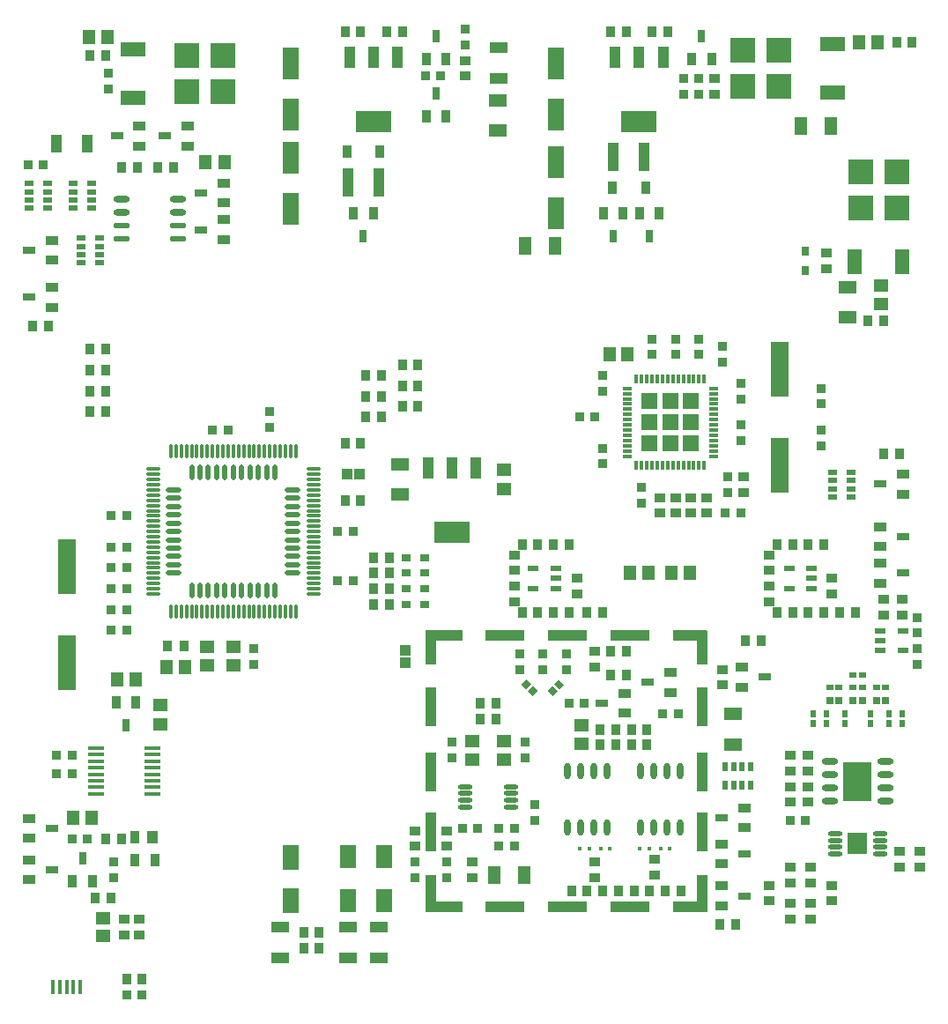
<source format=gtp>
G04 #@! TF.FileFunction,Paste,Top*
%FSLAX46Y46*%
G04 Gerber Fmt 4.6, Leading zero omitted, Abs format (unit mm)*
G04 Created by KiCad (PCBNEW (2015-03-11 BZR 5507)-product) date Thu 12 Mar 2015 12:03:36 PM EDT*
%MOMM*%
G01*
G04 APERTURE LIST*
%ADD10C,0.100000*%
%ADD11R,1.000000X1.000000*%
%ADD12O,0.300000X1.500000*%
%ADD13O,1.500000X0.300000*%
%ADD14R,0.300000X0.900000*%
%ADD15R,0.900000X0.300000*%
%ADD16R,1.500000X1.500000*%
%ADD17O,1.550000X0.600000*%
%ADD18R,2.750000X3.800000*%
%ADD19R,1.300000X0.900000*%
%ADD20R,1.300000X0.800000*%
%ADD21O,1.550000X0.550000*%
%ADD22R,1.000000X0.850000*%
%ADD23R,0.900000X0.950000*%
%ADD24R,3.570000X1.000000*%
%ADD25R,3.800000X1.000000*%
%ADD26R,3.240000X1.000000*%
%ADD27R,1.000000X3.800000*%
%ADD28R,1.000000X3.570000*%
%ADD29R,1.000000X3.240000*%
%ADD30R,1.100000X2.700000*%
%ADD31R,1.800000X5.300000*%
%ADD32O,1.450000X0.450000*%
%ADD33R,1.900000X2.150000*%
%ADD34R,1.800000X1.050000*%
%ADD35O,1.550000X0.400000*%
%ADD36R,1.150000X1.450000*%
%ADD37R,0.950000X0.900000*%
%ADD38R,0.600000X0.650000*%
%ADD39R,0.650000X0.600000*%
%ADD40R,1.800000X1.200000*%
%ADD41R,1.450000X1.150000*%
%ADD42R,1.200000X1.800000*%
%ADD43R,1.600000X3.150000*%
%ADD44R,0.900000X1.200000*%
%ADD45R,0.300000X0.400000*%
%ADD46R,0.900000X1.300000*%
%ADD47R,0.800000X1.300000*%
%ADD48R,1.100000X1.300000*%
%ADD49R,1.450000X1.200000*%
%ADD50R,1.200000X1.450000*%
%ADD51R,0.400000X1.350000*%
%ADD52R,0.650000X0.700000*%
%ADD53R,1.100000X2.100000*%
%ADD54R,3.500000X2.100000*%
%ADD55R,1.050000X1.800000*%
%ADD56R,1.100000X0.600000*%
%ADD57O,0.600000X1.550000*%
%ADD58R,0.950000X1.000000*%
%ADD59R,1.500000X2.300000*%
%ADD60R,1.550000X2.400000*%
%ADD61R,0.800100X0.899160*%
%ADD62R,0.950000X0.550000*%
%ADD63R,0.550000X0.950000*%
%ADD64R,0.850000X1.000000*%
%ADD65R,0.899160X0.800100*%
%ADD66R,2.450000X1.450000*%
%ADD67R,2.457000X2.457000*%
%ADD68R,1.450000X2.450000*%
%ADD69O,1.500000X0.550000*%
%ADD70O,0.550000X1.500000*%
G04 APERTURE END LIST*
D10*
D11*
X118500000Y-89600000D03*
X118500000Y-88400000D03*
X112900000Y-71500000D03*
X114100000Y-71500000D03*
D12*
X96000000Y-84700000D03*
X96500000Y-84700000D03*
X97000000Y-84700000D03*
X97500000Y-84700000D03*
X98000000Y-84700000D03*
X98500000Y-84700000D03*
X99000000Y-84700000D03*
X99500000Y-84700000D03*
X100000000Y-84700000D03*
X100500000Y-84700000D03*
X101000000Y-84700000D03*
X101500000Y-84700000D03*
X102000000Y-84700000D03*
X102500000Y-84700000D03*
X103000000Y-84700000D03*
X103500000Y-84700000D03*
X104000000Y-84700000D03*
X104500000Y-84700000D03*
X105000000Y-84700000D03*
X105500000Y-84700000D03*
X106000000Y-84700000D03*
X106500000Y-84700000D03*
X107000000Y-84700000D03*
X107500000Y-84700000D03*
X108000000Y-84700000D03*
D13*
X109700000Y-83000000D03*
X109700000Y-82500000D03*
X109700000Y-82000000D03*
X109700000Y-81500000D03*
X109700000Y-81000000D03*
X109700000Y-80500000D03*
X109700000Y-80000000D03*
X109700000Y-79500000D03*
X109700000Y-79000000D03*
X109700000Y-78500000D03*
X109700000Y-78000000D03*
X109700000Y-77500000D03*
X109700000Y-77000000D03*
X109700000Y-76500000D03*
X109700000Y-76000000D03*
X109700000Y-75500000D03*
X109700000Y-75000000D03*
X109700000Y-74500000D03*
X109700000Y-74000000D03*
X109700000Y-73500000D03*
X109700000Y-73000000D03*
X109700000Y-72500000D03*
X109700000Y-72000000D03*
X109700000Y-71500000D03*
X109700000Y-71000000D03*
D12*
X108000000Y-69300000D03*
X107500000Y-69300000D03*
X107000000Y-69300000D03*
X106500000Y-69300000D03*
X106000000Y-69300000D03*
X105500000Y-69300000D03*
X105000000Y-69300000D03*
X104500000Y-69300000D03*
X104000000Y-69300000D03*
X103500000Y-69300000D03*
X103000000Y-69300000D03*
X102500000Y-69300000D03*
X102000000Y-69300000D03*
X101500000Y-69300000D03*
X101000000Y-69300000D03*
X100500000Y-69300000D03*
X100000000Y-69300000D03*
X99500000Y-69300000D03*
X99000000Y-69300000D03*
X98500000Y-69300000D03*
X98000000Y-69300000D03*
X97500000Y-69300000D03*
X97000000Y-69300000D03*
X96500000Y-69300000D03*
X96000000Y-69300000D03*
D13*
X94300000Y-71000000D03*
X94300000Y-71500000D03*
X94300000Y-72000000D03*
X94300000Y-72500000D03*
X94300000Y-73000000D03*
X94300000Y-73500000D03*
X94300000Y-74000000D03*
X94300000Y-74500000D03*
X94300000Y-75000000D03*
X94300000Y-75500000D03*
X94300000Y-76000000D03*
X94300000Y-76500000D03*
X94300000Y-77000000D03*
X94300000Y-77500000D03*
X94300000Y-78000000D03*
X94300000Y-78500000D03*
X94300000Y-79000000D03*
X94300000Y-79500000D03*
X94300000Y-80000000D03*
X94300000Y-80500000D03*
X94300000Y-81000000D03*
X94300000Y-81500000D03*
X94300000Y-82000000D03*
X94300000Y-82500000D03*
X94300000Y-83000000D03*
D14*
X140750000Y-70650000D03*
X141250000Y-70650000D03*
X141750000Y-70650000D03*
X142250000Y-70650000D03*
X142750000Y-70650000D03*
X143250000Y-70650000D03*
X143750000Y-70650000D03*
X144250000Y-70650000D03*
X144750000Y-70650000D03*
X145250000Y-70650000D03*
X145750000Y-70650000D03*
X146250000Y-70650000D03*
X146750000Y-70650000D03*
X147250000Y-70650000D03*
D15*
X148150000Y-69750000D03*
X148150000Y-69250000D03*
X148150000Y-68750000D03*
X148150000Y-68250000D03*
X148150000Y-67750000D03*
X148150000Y-67250000D03*
X148150000Y-66750000D03*
X148150000Y-66250000D03*
X148150000Y-65750000D03*
X148150000Y-65250000D03*
X148150000Y-64750000D03*
X148150000Y-64250000D03*
X148150000Y-63750000D03*
X148150000Y-63250000D03*
D14*
X147250000Y-62350000D03*
X146750000Y-62350000D03*
X146250000Y-62350000D03*
X145750000Y-62350000D03*
X145250000Y-62350000D03*
X144750000Y-62350000D03*
X144250000Y-62350000D03*
X143750000Y-62350000D03*
X143250000Y-62350000D03*
X142750000Y-62350000D03*
X142250000Y-62350000D03*
X141750000Y-62350000D03*
X141250000Y-62350000D03*
X140750000Y-62350000D03*
D15*
X139850000Y-63250000D03*
X139850000Y-63750000D03*
X139850000Y-64250000D03*
X139850000Y-64750000D03*
X139850000Y-65250000D03*
X139850000Y-65750000D03*
X139850000Y-66250000D03*
X139850000Y-66750000D03*
X139850000Y-67250000D03*
X139850000Y-67750000D03*
X139850000Y-68250000D03*
X139850000Y-68750000D03*
X139850000Y-69250000D03*
X139850000Y-69750000D03*
D16*
X144000000Y-66500000D03*
X144000000Y-68500000D03*
X144000000Y-64500000D03*
X142000000Y-68500000D03*
X142000000Y-66500000D03*
X142000000Y-64500000D03*
X146000000Y-68500000D03*
X146000000Y-66500000D03*
X146000000Y-64500000D03*
D17*
X159300000Y-99095000D03*
X159300000Y-100365000D03*
X159300000Y-101635000D03*
X159300000Y-102905000D03*
X164700000Y-102905000D03*
X164700000Y-101635000D03*
X164700000Y-100365000D03*
X164700000Y-99095000D03*
D18*
X162000000Y-101000000D03*
D19*
X97600000Y-39950000D03*
X97600000Y-38050000D03*
D20*
X95400000Y-39000000D03*
D17*
X91300000Y-45095000D03*
X91300000Y-46365000D03*
D21*
X91300000Y-47635000D03*
X91300000Y-48905000D03*
X96700000Y-48905000D03*
X96700000Y-47635000D03*
D17*
X96700000Y-46365000D03*
X96700000Y-45095000D03*
D22*
X91500000Y-114250000D03*
X91500000Y-115750000D03*
D23*
X86500000Y-98500000D03*
X85000000Y-98500000D03*
X85000000Y-100250000D03*
X86500000Y-100250000D03*
D19*
X148900000Y-107050000D03*
X148900000Y-108950000D03*
D20*
X151100000Y-108000000D03*
D24*
X122250000Y-113035000D03*
D25*
X128135000Y-113035000D03*
X134135000Y-113035000D03*
X140135000Y-113035000D03*
D26*
X145855000Y-113035000D03*
D25*
X140135000Y-86965000D03*
X134135000Y-86965000D03*
D24*
X122250000Y-86965000D03*
D25*
X128135000Y-86965000D03*
D26*
X145855000Y-86965000D03*
D27*
X120965000Y-100135000D03*
X120965000Y-93865000D03*
D28*
X120965000Y-111750000D03*
D27*
X120965000Y-105865000D03*
D29*
X120965000Y-88145000D03*
X147035000Y-88145000D03*
D27*
X147035000Y-105865000D03*
D28*
X147035000Y-111750000D03*
D27*
X147035000Y-100135000D03*
X147035000Y-93865000D03*
D30*
X113000000Y-43500000D03*
X116000000Y-43500000D03*
D31*
X154500000Y-61400000D03*
X154500000Y-70600000D03*
D32*
X164150000Y-107975000D03*
X164150000Y-107325000D03*
X164150000Y-106675000D03*
X164150000Y-106025000D03*
X159850000Y-106025000D03*
X159850000Y-106675000D03*
X159850000Y-107325000D03*
X159850000Y-107975000D03*
D33*
X162000000Y-107000000D03*
D34*
X106500000Y-115000000D03*
X106500000Y-118000000D03*
D35*
X94200000Y-102205000D03*
X94200000Y-101575000D03*
X94200000Y-100945000D03*
X94200000Y-100315000D03*
X94200000Y-99685000D03*
X94200000Y-99055000D03*
X94200000Y-98425000D03*
X94200000Y-97795000D03*
X88800000Y-97795000D03*
X88800000Y-98425000D03*
X88800000Y-99055000D03*
X88800000Y-99685000D03*
X88800000Y-100315000D03*
X88800000Y-100945000D03*
X88800000Y-101575000D03*
X88800000Y-102205000D03*
D31*
X86000000Y-80400000D03*
X86000000Y-89600000D03*
D19*
X164150000Y-80050000D03*
X164150000Y-81950000D03*
D20*
X166350000Y-81000000D03*
D36*
X88100000Y-29500000D03*
X89900000Y-29500000D03*
D19*
X101100000Y-45450000D03*
X101100000Y-43550000D03*
D20*
X98900000Y-44500000D03*
D19*
X93000000Y-39950000D03*
X93000000Y-38050000D03*
D20*
X90800000Y-39000000D03*
D36*
X101150000Y-41500000D03*
X99350000Y-41500000D03*
D37*
X149000000Y-60750000D03*
X149000000Y-59250000D03*
D36*
X140100000Y-81000000D03*
X141900000Y-81000000D03*
X144100000Y-81000000D03*
X145900000Y-81000000D03*
D38*
X166250000Y-94550000D03*
X166250000Y-95450000D03*
X165000000Y-94550000D03*
X165000000Y-95450000D03*
D39*
X163800000Y-92000000D03*
X164700000Y-92000000D03*
D38*
X163250000Y-94550000D03*
X163250000Y-95450000D03*
D39*
X161550000Y-90750000D03*
X162450000Y-90750000D03*
X161550000Y-92000000D03*
X162450000Y-92000000D03*
D38*
X160750000Y-94550000D03*
X160750000Y-95450000D03*
D39*
X159300000Y-92000000D03*
X160200000Y-92000000D03*
D38*
X159000000Y-94550000D03*
X159000000Y-95450000D03*
X157750000Y-94550000D03*
X157750000Y-95450000D03*
D40*
X150000000Y-94550000D03*
X150000000Y-97450000D03*
D41*
X135500000Y-95600000D03*
X135500000Y-97400000D03*
D37*
X134000000Y-90250000D03*
X134000000Y-88750000D03*
X131750000Y-90250000D03*
X131750000Y-88750000D03*
X129500000Y-90250000D03*
X129500000Y-88750000D03*
D41*
X128000000Y-98900000D03*
X128000000Y-97100000D03*
X125000000Y-98900000D03*
X125000000Y-97100000D03*
D42*
X127050000Y-110000000D03*
X129950000Y-110000000D03*
D37*
X131000000Y-104750000D03*
X131000000Y-103250000D03*
D23*
X125500000Y-105500000D03*
X124000000Y-105500000D03*
D36*
X86600000Y-104500000D03*
X88400000Y-104500000D03*
D43*
X133000000Y-32050000D03*
X133000000Y-36950000D03*
X107500000Y-32050000D03*
X107500000Y-36950000D03*
X133000000Y-41550000D03*
X133000000Y-46450000D03*
X107500000Y-46000000D03*
X107500000Y-41100000D03*
D42*
X130050000Y-49550000D03*
X132950000Y-49550000D03*
D40*
X161000000Y-53550000D03*
X161000000Y-56450000D03*
D42*
X156550000Y-38000000D03*
X159450000Y-38000000D03*
D40*
X118000000Y-70550000D03*
X118000000Y-73450000D03*
D41*
X95000000Y-95500000D03*
X95000000Y-93700000D03*
D40*
X127450000Y-35550000D03*
X127450000Y-38450000D03*
D41*
X128000000Y-72900000D03*
X128000000Y-71100000D03*
D36*
X90850000Y-91250000D03*
X92650000Y-91250000D03*
D41*
X164250000Y-53350000D03*
X164250000Y-55150000D03*
D36*
X162100000Y-30000000D03*
X163900000Y-30000000D03*
D19*
X101100000Y-48950000D03*
X101100000Y-47050000D03*
D20*
X98900000Y-48000000D03*
D44*
X141600000Y-44000000D03*
X138400000Y-44000000D03*
X116100000Y-40500000D03*
X112900000Y-40500000D03*
D45*
X135300000Y-107500000D03*
X136200000Y-107500000D03*
X137300000Y-107500000D03*
X138200000Y-107500000D03*
X141050000Y-107500000D03*
X141950000Y-107500000D03*
X143050000Y-107500000D03*
X143950000Y-107500000D03*
D46*
X139450000Y-46400000D03*
X137550000Y-46400000D03*
D47*
X138500000Y-48600000D03*
D48*
X94250000Y-106400000D03*
D46*
X92550000Y-106400000D03*
X92550000Y-108600000D03*
X94450000Y-108600000D03*
X120550000Y-37100000D03*
X122450000Y-37100000D03*
D47*
X121500000Y-34900000D03*
D49*
X89500000Y-115850000D03*
X89500000Y-114150000D03*
D50*
X138150000Y-60000000D03*
X139850000Y-60000000D03*
D51*
X84700000Y-120800000D03*
X85350000Y-120800000D03*
X86000000Y-120800000D03*
X86650000Y-120800000D03*
X87300000Y-120800000D03*
D52*
X163800000Y-93250000D03*
X164700000Y-93250000D03*
X161550000Y-93250000D03*
X162450000Y-93250000D03*
X159300000Y-93250000D03*
X160200000Y-93250000D03*
D10*
G36*
X132699480Y-92795495D02*
X132204505Y-92300520D01*
X132664124Y-91840901D01*
X133159099Y-92335876D01*
X132699480Y-92795495D01*
X132699480Y-92795495D01*
G37*
G36*
X133335876Y-92159099D02*
X132840901Y-91664124D01*
X133300520Y-91204505D01*
X133795495Y-91699480D01*
X133335876Y-92159099D01*
X133335876Y-92159099D01*
G37*
G36*
X129654505Y-91699480D02*
X130149480Y-91204505D01*
X130609099Y-91664124D01*
X130114124Y-92159099D01*
X129654505Y-91699480D01*
X129654505Y-91699480D01*
G37*
G36*
X130290901Y-92335876D02*
X130785876Y-91840901D01*
X131245495Y-92300520D01*
X130750520Y-92795495D01*
X130290901Y-92335876D01*
X130290901Y-92335876D01*
G37*
D19*
X166350000Y-73400000D03*
X166350000Y-71500000D03*
D20*
X164150000Y-72450000D03*
D19*
X164150000Y-76550000D03*
X164150000Y-78450000D03*
D20*
X166350000Y-77500000D03*
D19*
X148900000Y-111050000D03*
X148900000Y-112950000D03*
D20*
X151100000Y-112000000D03*
D19*
X151100000Y-105450000D03*
X151100000Y-103550000D03*
D20*
X148900000Y-104500000D03*
D19*
X150900000Y-90050000D03*
X150900000Y-91950000D03*
D20*
X153100000Y-91000000D03*
D19*
X139600000Y-94450000D03*
X139600000Y-92550000D03*
D20*
X137400000Y-93500000D03*
D19*
X144000000Y-92450000D03*
X144000000Y-90550000D03*
D20*
X141800000Y-91500000D03*
D46*
X146050000Y-31600000D03*
X147950000Y-31600000D03*
D47*
X147000000Y-29400000D03*
D19*
X84600000Y-50950000D03*
X84600000Y-49050000D03*
D20*
X82400000Y-50000000D03*
D46*
X142950000Y-46400000D03*
X141050000Y-46400000D03*
D47*
X142000000Y-48600000D03*
D46*
X120550000Y-31600000D03*
X122450000Y-31600000D03*
D47*
X121500000Y-29400000D03*
D53*
X143300000Y-31400000D03*
X141000000Y-31400000D03*
X138700000Y-31400000D03*
D54*
X141000000Y-37600000D03*
D53*
X117800000Y-31400000D03*
X115500000Y-31400000D03*
X113200000Y-31400000D03*
D54*
X115500000Y-37600000D03*
D46*
X115450000Y-46400000D03*
X113550000Y-46400000D03*
D47*
X114500000Y-48600000D03*
D55*
X85000000Y-39750000D03*
X88000000Y-39750000D03*
D22*
X155500000Y-110750000D03*
X155500000Y-109250000D03*
X157500000Y-110750000D03*
X157500000Y-109250000D03*
X153500000Y-112500000D03*
X153500000Y-111000000D03*
X159500000Y-112500000D03*
X159500000Y-111000000D03*
X157500000Y-114250000D03*
X157500000Y-112750000D03*
X155500000Y-114250000D03*
X155500000Y-112750000D03*
D30*
X138500000Y-41000000D03*
X141500000Y-41000000D03*
D34*
X127500000Y-30500000D03*
X127500000Y-33500000D03*
D19*
X84600000Y-55450000D03*
X84600000Y-53550000D03*
D20*
X82400000Y-54500000D03*
D56*
X133000000Y-82450000D03*
X133000000Y-80550000D03*
X133000000Y-81500000D03*
X130800000Y-80550000D03*
X130800000Y-82450000D03*
X157600000Y-82450000D03*
X157600000Y-80550000D03*
X157600000Y-81500000D03*
X155400000Y-80550000D03*
X155400000Y-82450000D03*
X164150000Y-86550000D03*
X164150000Y-88450000D03*
X164150000Y-87500000D03*
X166350000Y-88450000D03*
X166350000Y-86550000D03*
D57*
X137905000Y-100050000D03*
X136635000Y-100050000D03*
X135365000Y-100050000D03*
X134095000Y-100050000D03*
X134095000Y-105450000D03*
X135365000Y-105450000D03*
X136635000Y-105450000D03*
X137905000Y-105450000D03*
X141095000Y-105450000D03*
X142365000Y-105450000D03*
X143635000Y-105450000D03*
X144905000Y-105450000D03*
X144905000Y-100050000D03*
X143635000Y-100050000D03*
X142365000Y-100050000D03*
X141095000Y-100050000D03*
D32*
X124300000Y-101525000D03*
X124300000Y-102175000D03*
X124300000Y-102825000D03*
X124300000Y-103475000D03*
X128700000Y-103475000D03*
X128700000Y-102825000D03*
X128700000Y-102175000D03*
X128700000Y-101525000D03*
D53*
X125300000Y-70900000D03*
X123000000Y-70900000D03*
X120700000Y-70900000D03*
D54*
X123000000Y-77100000D03*
D46*
X92650000Y-93400000D03*
X90750000Y-93400000D03*
D47*
X91700000Y-95600000D03*
D41*
X99500000Y-88100000D03*
X99500000Y-89900000D03*
D37*
X104000000Y-88250000D03*
X104000000Y-89750000D03*
D23*
X91750000Y-84500000D03*
X90250000Y-84500000D03*
X91750000Y-75500000D03*
X90250000Y-75500000D03*
D37*
X105500000Y-67000000D03*
X105500000Y-65500000D03*
D23*
X112000000Y-77000000D03*
X113500000Y-77000000D03*
D41*
X102000000Y-88100000D03*
X102000000Y-89900000D03*
D23*
X91750000Y-82500000D03*
X90250000Y-82500000D03*
X112000000Y-81750000D03*
X113500000Y-81750000D03*
X91750000Y-78500000D03*
X90250000Y-78500000D03*
X100000000Y-67250000D03*
X101500000Y-67250000D03*
D36*
X95600000Y-90000000D03*
X97400000Y-90000000D03*
D58*
X97300000Y-88000000D03*
X95700000Y-88000000D03*
D59*
X113000000Y-112500000D03*
X113000000Y-108200000D03*
X116500000Y-108200000D03*
X116500000Y-112500000D03*
D60*
X107500000Y-112500000D03*
X107500000Y-108300000D03*
D34*
X113000000Y-115000000D03*
X113000000Y-118000000D03*
X116000000Y-115000000D03*
X116000000Y-118000000D03*
D61*
X157000000Y-51899160D03*
X157000000Y-50100840D03*
D62*
X88400000Y-45950000D03*
X88400000Y-45150000D03*
X88400000Y-44350000D03*
X88400000Y-43550000D03*
X86600000Y-43550000D03*
X86600000Y-44350000D03*
X86600000Y-45150000D03*
X86600000Y-45950000D03*
X84150000Y-45950000D03*
X84150000Y-45150000D03*
X84150000Y-44350000D03*
X84150000Y-43550000D03*
X82350000Y-43550000D03*
X82350000Y-44350000D03*
X82350000Y-45150000D03*
X82350000Y-45950000D03*
X87350000Y-48800000D03*
X87350000Y-49600000D03*
X87350000Y-50400000D03*
X87350000Y-51200000D03*
X89150000Y-51200000D03*
X89150000Y-50400000D03*
X89150000Y-49600000D03*
X89150000Y-48800000D03*
X159600000Y-71300000D03*
X159600000Y-72100000D03*
X159600000Y-72900000D03*
X159600000Y-73700000D03*
X161400000Y-73700000D03*
X161400000Y-72900000D03*
X161400000Y-72100000D03*
X161400000Y-71300000D03*
D63*
X149300000Y-101400000D03*
X150100000Y-101400000D03*
X150900000Y-101400000D03*
X151700000Y-101400000D03*
X151700000Y-99600000D03*
X150900000Y-99600000D03*
X150100000Y-99600000D03*
X149300000Y-99600000D03*
D37*
X141250000Y-72750000D03*
X141250000Y-74250000D03*
D23*
X149250000Y-75250000D03*
X150750000Y-75250000D03*
D37*
X149500000Y-71750000D03*
X149500000Y-73250000D03*
X150750000Y-64250000D03*
X150750000Y-62750000D03*
X137500000Y-69000000D03*
X137500000Y-70500000D03*
D23*
X136750000Y-66000000D03*
X135250000Y-66000000D03*
D37*
X150750000Y-68250000D03*
X150750000Y-66750000D03*
X142250000Y-60000000D03*
X142250000Y-58500000D03*
X144500000Y-60000000D03*
X144500000Y-58500000D03*
X146750000Y-60000000D03*
X146750000Y-58500000D03*
X137500000Y-63500000D03*
X137500000Y-62000000D03*
D23*
X91750000Y-121500000D03*
X93250000Y-121500000D03*
X144750000Y-94500000D03*
X143250000Y-94500000D03*
D37*
X130000000Y-98750000D03*
X130000000Y-97250000D03*
X123000000Y-98750000D03*
X123000000Y-97250000D03*
D23*
X127500000Y-105500000D03*
X129000000Y-105500000D03*
X127500000Y-107250000D03*
X129000000Y-107250000D03*
D37*
X90000000Y-33000000D03*
X90000000Y-34500000D03*
D23*
X83750000Y-41750000D03*
X82250000Y-41750000D03*
X146750000Y-35000000D03*
X145250000Y-35000000D03*
D37*
X124250000Y-30250000D03*
X124250000Y-28750000D03*
X90500000Y-108750000D03*
X90500000Y-110250000D03*
D23*
X86500000Y-106500000D03*
X88000000Y-106500000D03*
D19*
X82400000Y-108550000D03*
X82400000Y-110450000D03*
D20*
X84600000Y-109500000D03*
D19*
X82400000Y-104550000D03*
X82400000Y-106450000D03*
D20*
X84600000Y-105500000D03*
D46*
X86550000Y-110600000D03*
X88450000Y-110600000D03*
D47*
X87500000Y-108400000D03*
D22*
X93000000Y-114250000D03*
X93000000Y-115750000D03*
D64*
X91750000Y-120000000D03*
X93250000Y-120000000D03*
X89750000Y-106500000D03*
X91250000Y-106500000D03*
X90250000Y-112250000D03*
X88750000Y-112250000D03*
D23*
X91750000Y-80500000D03*
X90250000Y-80500000D03*
X91750000Y-86500000D03*
X90250000Y-86500000D03*
D37*
X158500000Y-63250000D03*
X158500000Y-64750000D03*
X158500000Y-68750000D03*
X158500000Y-67250000D03*
D64*
X82750000Y-57250000D03*
X84250000Y-57250000D03*
X96250000Y-42000000D03*
X94750000Y-42000000D03*
X92750000Y-42000000D03*
X91250000Y-42000000D03*
X89750000Y-31250000D03*
X88250000Y-31250000D03*
D22*
X124250000Y-33250000D03*
X124250000Y-31750000D03*
D64*
X112750000Y-29000000D03*
X114250000Y-29000000D03*
X116750000Y-29000000D03*
X118250000Y-29000000D03*
X138250000Y-29000000D03*
X139750000Y-29000000D03*
X142250000Y-29000000D03*
X143750000Y-29000000D03*
D23*
X145250000Y-33500000D03*
X146750000Y-33500000D03*
D64*
X88250000Y-59500000D03*
X89750000Y-59500000D03*
X88250000Y-65500000D03*
X89750000Y-65500000D03*
X88250000Y-61500000D03*
X89750000Y-61500000D03*
X89750000Y-63500000D03*
X88250000Y-63500000D03*
D23*
X120450000Y-33250000D03*
X121950000Y-33250000D03*
D22*
X148250000Y-35000000D03*
X148250000Y-33500000D03*
D64*
X165750000Y-30000000D03*
X167250000Y-30000000D03*
X164500000Y-56750000D03*
X163000000Y-56750000D03*
D22*
X159000000Y-51750000D03*
X159000000Y-50250000D03*
X151000000Y-71750000D03*
X151000000Y-73250000D03*
X143000000Y-75250000D03*
X143000000Y-73750000D03*
X144500000Y-75250000D03*
X144500000Y-73750000D03*
X146000000Y-75250000D03*
X146000000Y-73750000D03*
X147500000Y-75250000D03*
X147500000Y-73750000D03*
X135000000Y-83000000D03*
X135000000Y-81500000D03*
X159500000Y-83000000D03*
X159500000Y-81500000D03*
D64*
X131250000Y-84750000D03*
X129750000Y-84750000D03*
X131250000Y-78250000D03*
X129750000Y-78250000D03*
X155750000Y-84750000D03*
X154250000Y-84750000D03*
X155750000Y-78250000D03*
X154250000Y-78250000D03*
X134250000Y-84750000D03*
X132750000Y-84750000D03*
X134250000Y-78250000D03*
X132750000Y-78250000D03*
X158750000Y-84750000D03*
X157250000Y-84750000D03*
X158750000Y-78250000D03*
X157250000Y-78250000D03*
X137500000Y-84750000D03*
X136000000Y-84750000D03*
X161750000Y-84750000D03*
X160250000Y-84750000D03*
D22*
X129000000Y-82250000D03*
X129000000Y-83750000D03*
X153500000Y-82250000D03*
X153500000Y-83750000D03*
X129000000Y-80750000D03*
X129000000Y-79250000D03*
X153500000Y-80750000D03*
X153500000Y-79250000D03*
D64*
X164500000Y-69500000D03*
X166000000Y-69500000D03*
D22*
X164500000Y-85000000D03*
X164500000Y-83500000D03*
X166250000Y-85000000D03*
X166250000Y-83500000D03*
D37*
X167750000Y-89750000D03*
X167750000Y-88250000D03*
X167750000Y-85250000D03*
X167750000Y-86750000D03*
D64*
X151250000Y-87500000D03*
X152750000Y-87500000D03*
D22*
X149000000Y-90250000D03*
X149000000Y-91750000D03*
D64*
X138750000Y-96000000D03*
X137250000Y-96000000D03*
X140250000Y-96000000D03*
X141750000Y-96000000D03*
X138750000Y-97500000D03*
X137250000Y-97500000D03*
X140250000Y-97500000D03*
X141750000Y-97500000D03*
D23*
X135750000Y-93500000D03*
X134250000Y-93500000D03*
D64*
X138250000Y-88500000D03*
X139750000Y-88500000D03*
D22*
X136750000Y-90000000D03*
X136750000Y-88500000D03*
D64*
X138250000Y-90750000D03*
X139750000Y-90750000D03*
X127250000Y-93500000D03*
X125750000Y-93500000D03*
X127250000Y-95000000D03*
X125750000Y-95000000D03*
D37*
X122500000Y-108750000D03*
X122500000Y-110250000D03*
X119500000Y-108750000D03*
X119500000Y-110250000D03*
D22*
X122500000Y-107250000D03*
X122500000Y-105750000D03*
X119500000Y-105750000D03*
X119500000Y-107250000D03*
X125000000Y-108750000D03*
X125000000Y-110250000D03*
D64*
X108750000Y-115500000D03*
X110250000Y-115500000D03*
X108750000Y-117000000D03*
X110250000Y-117000000D03*
D22*
X166000000Y-109250000D03*
X166000000Y-107750000D03*
X168000000Y-107750000D03*
X168000000Y-109250000D03*
D23*
X157000000Y-104750000D03*
X155500000Y-104750000D03*
D22*
X157250000Y-101500000D03*
X157250000Y-103000000D03*
X155500000Y-100000000D03*
X155500000Y-98500000D03*
X155500000Y-101500000D03*
X155500000Y-103000000D03*
X157250000Y-98500000D03*
X157250000Y-100000000D03*
D64*
X136000000Y-111500000D03*
X134500000Y-111500000D03*
X137500000Y-111500000D03*
X139000000Y-111500000D03*
X142000000Y-111500000D03*
X140500000Y-111500000D03*
X143500000Y-111500000D03*
X145000000Y-111500000D03*
D22*
X136750000Y-108750000D03*
X136750000Y-110250000D03*
X142500000Y-108500000D03*
X142500000Y-110000000D03*
D64*
X148750000Y-114750000D03*
X150250000Y-114750000D03*
D65*
X120399160Y-79500000D03*
X118600840Y-79500000D03*
X120399160Y-81000000D03*
X118600840Y-81000000D03*
X120399160Y-82500000D03*
X118600840Y-82500000D03*
X120399160Y-84000000D03*
X118600840Y-84000000D03*
D64*
X115500000Y-79500000D03*
X117000000Y-79500000D03*
X115500000Y-81000000D03*
X117000000Y-81000000D03*
X115500000Y-82500000D03*
X117000000Y-82500000D03*
X115500000Y-84000000D03*
X117000000Y-84000000D03*
X114750000Y-66000000D03*
X116250000Y-66000000D03*
X114750000Y-62000000D03*
X116250000Y-62000000D03*
X118250000Y-65000000D03*
X119750000Y-65000000D03*
X114750000Y-64000000D03*
X116250000Y-64000000D03*
X118250000Y-63000000D03*
X119750000Y-63000000D03*
X119750000Y-61000000D03*
X118250000Y-61000000D03*
D66*
X159600000Y-34800000D03*
X159600000Y-30200000D03*
D67*
X154437500Y-34237500D03*
X154437500Y-30762500D03*
X150962500Y-30762500D03*
X150962500Y-34237500D03*
D66*
X92400000Y-30700000D03*
X92400000Y-35300000D03*
D67*
X97562500Y-31262500D03*
X97562500Y-34737500D03*
X101037500Y-34737500D03*
X101037500Y-31262500D03*
D68*
X161700000Y-51100000D03*
X166300000Y-51100000D03*
D67*
X162262500Y-45937500D03*
X165737500Y-45937500D03*
X165737500Y-42462500D03*
X162262500Y-42462500D03*
D69*
X96300000Y-73000000D03*
X96300000Y-73800000D03*
X96300000Y-74600000D03*
X96300000Y-75400000D03*
X96300000Y-76200000D03*
X96300000Y-77000000D03*
X96300000Y-77800000D03*
X96300000Y-78600000D03*
X96300000Y-79400000D03*
X96300000Y-80200000D03*
X96300000Y-81000000D03*
D70*
X98000000Y-82700000D03*
X98800000Y-82700000D03*
X99600000Y-82700000D03*
X100400000Y-82700000D03*
X101200000Y-82700000D03*
X102000000Y-82700000D03*
X102800000Y-82700000D03*
X103600000Y-82700000D03*
X104400000Y-82700000D03*
X105200000Y-82700000D03*
X106000000Y-82700000D03*
D69*
X107700000Y-81000000D03*
X107700000Y-80200000D03*
X107700000Y-79400000D03*
X107700000Y-78600000D03*
X107700000Y-77800000D03*
X107700000Y-77000000D03*
X107700000Y-76200000D03*
X107700000Y-75400000D03*
X107700000Y-74600000D03*
X107700000Y-73800000D03*
X107700000Y-73000000D03*
D70*
X106000000Y-71300000D03*
X105200000Y-71300000D03*
X104400000Y-71300000D03*
X103600000Y-71300000D03*
X102800000Y-71300000D03*
X102000000Y-71300000D03*
X101200000Y-71300000D03*
X100400000Y-71300000D03*
X99600000Y-71300000D03*
X98800000Y-71300000D03*
X98000000Y-71300000D03*
D64*
X112750000Y-74000000D03*
X114250000Y-74000000D03*
X114250000Y-68500000D03*
X112750000Y-68500000D03*
M02*

</source>
